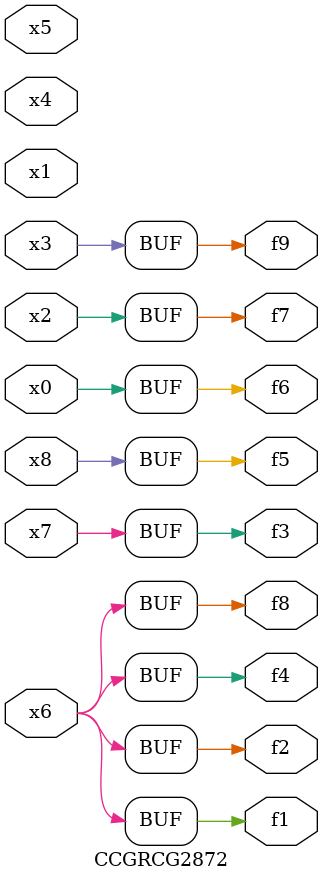
<source format=v>
module CCGRCG2872(
	input x0, x1, x2, x3, x4, x5, x6, x7, x8,
	output f1, f2, f3, f4, f5, f6, f7, f8, f9
);
	assign f1 = x6;
	assign f2 = x6;
	assign f3 = x7;
	assign f4 = x6;
	assign f5 = x8;
	assign f6 = x0;
	assign f7 = x2;
	assign f8 = x6;
	assign f9 = x3;
endmodule

</source>
